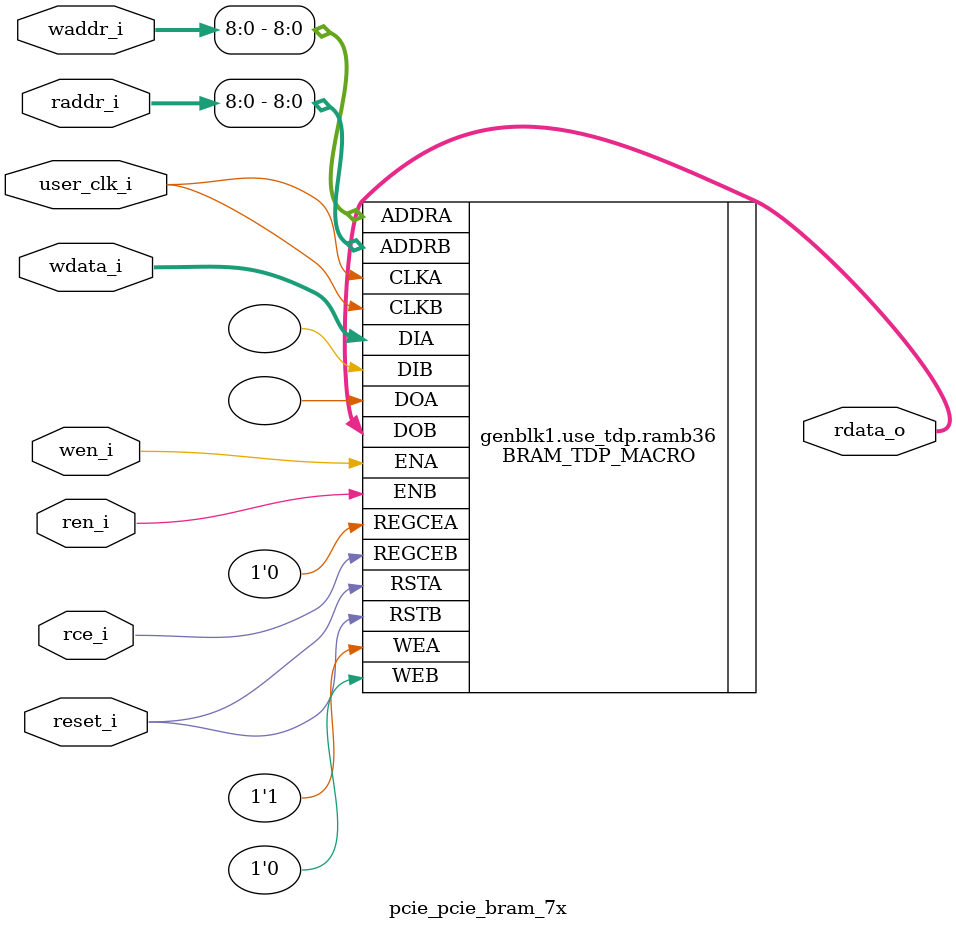
<source format=v>

`timescale 1ps/1ps

(* DowngradeIPIdentifiedWarnings = "yes" *)
module pcie_pcie_bram_7x
  #(
    parameter [3:0]  LINK_CAP_MAX_LINK_SPEED = 4'h1,        // PCIe Link Speed : 1 - 2.5 GT/s; 2 - 5.0 GT/s
    parameter [5:0]  LINK_CAP_MAX_LINK_WIDTH = 6'h08,       // PCIe Link Width : 1 / 2 / 4 / 8
    parameter IMPL_TARGET = "HARD",                         // the implementation target : HARD, SOFT
    parameter DOB_REG = 0,                                  // 1 - use the output register;
                                                            // 0 - don't use the output register
    parameter WIDTH = 0                                     // supported WIDTH's : 4, 9, 18, 36 - uses RAMB36
                                                            //                     72 - uses RAMB36SDP
    )
    (
     input               user_clk_i,// user clock
     input               reset_i,   // bram reset

     input               wen_i,     // write enable
     input [12:0]        waddr_i,   // write address
     input [WIDTH - 1:0] wdata_i,   // write data

     input               ren_i,     // read enable
     input               rce_i,     // output register clock enable
     input [12:0]        raddr_i,   // read address

     output [WIDTH - 1:0] rdata_o   // read data
     );

   // map the address bits
   localparam ADDR_MSB = ((WIDTH == 4)  ? 12 :
                          (WIDTH == 9)  ? 11 :
                          (WIDTH == 18) ? 10 :
                          (WIDTH == 36) ?  9 :
                                           8
                          );

   // set the width of the tied off low address bits
   localparam ADDR_LO_BITS = ((WIDTH == 4)  ? 2 :
                              (WIDTH == 9)  ? 3 :
                              (WIDTH == 18) ? 4 :
                              (WIDTH == 36) ? 5 :
                                              0 // for WIDTH 72 use RAMB36SDP
                              );

   // map the data bits
   localparam D_MSB =  ((WIDTH == 4)  ?  3 :
                        (WIDTH == 9)  ?  7 :
                        (WIDTH == 18) ? 15 :
                        (WIDTH == 36) ? 31 :
                                        63
                        );

   // map the data parity bits
   localparam DP_LSB =  D_MSB + 1;

   localparam DP_MSB =  ((WIDTH == 4)  ? 4 :
                         (WIDTH == 9)  ? 8 :
                         (WIDTH == 18) ? 17 :
                         (WIDTH == 36) ? 35 :
                                         71
                        );

   localparam DPW = DP_MSB - DP_LSB + 1;
   localparam WRITE_MODE = ((WIDTH == 72) && (!((LINK_CAP_MAX_LINK_SPEED == 4'h2) && (LINK_CAP_MAX_LINK_WIDTH == 6'h08)))) ? "WRITE_FIRST" :
                           ((LINK_CAP_MAX_LINK_SPEED == 4'h2) && (LINK_CAP_MAX_LINK_WIDTH == 6'h08)) ? "WRITE_FIRST" : "NO_CHANGE";

   localparam DEVICE = (IMPL_TARGET == "HARD") ? "7SERIES" : "VIRTEX6";
   localparam BRAM_SIZE = "36Kb";

   localparam WE_WIDTH =(DEVICE == "VIRTEX5" || DEVICE == "VIRTEX6" || DEVICE == "7SERIES") ?
                            ((WIDTH <= 9) ? 1 :
                             (WIDTH > 9 && WIDTH <= 18) ? 2 :
                             (WIDTH > 18 && WIDTH <= 36) ? 4 :
                             (WIDTH > 36 && WIDTH <= 72) ? 8 :
                             (BRAM_SIZE == "18Kb") ? 4 : 8 ) : 8;

   //synthesis translate_off
   initial begin
      //$display("[%t] %m DOB_REG %0d WIDTH %0d ADDR_MSB %0d ADDR_LO_BITS %0d DP_MSB %0d DP_LSB %0d D_MSB %0d",
      //          $time, DOB_REG,   WIDTH,    ADDR_MSB,    ADDR_LO_BITS,    DP_MSB,    DP_LSB,    D_MSB);

      case (WIDTH)
        4,9,18,36,72:;
        default:
          begin
             $display("[%t] %m Error WIDTH %0d not supported", $time, WIDTH);
             $finish;
          end
      endcase // case (WIDTH)
   end
   //synthesis translate_on

   generate
   if ((LINK_CAP_MAX_LINK_WIDTH == 6'h08 && LINK_CAP_MAX_LINK_SPEED == 4'h2) || (WIDTH == 72)) begin : use_sdp
        BRAM_SDP_MACRO #(
               .DEVICE        (DEVICE),
               .BRAM_SIZE     (BRAM_SIZE),
               .DO_REG        (DOB_REG),
               .READ_WIDTH    (WIDTH),
               .WRITE_WIDTH   (WIDTH),
               .WRITE_MODE    (WRITE_MODE)
               )
        ramb36sdp(
               .DO             (rdata_o[WIDTH-1:0]),
               .DI             (wdata_i[WIDTH-1:0]),
               .RDADDR         (raddr_i[ADDR_MSB:0]),
               .RDCLK          (user_clk_i),
               .RDEN           (ren_i),
               .REGCE          (rce_i),
               .RST            (reset_i),
               .WE             ({WE_WIDTH{1'b1}}),
               .WRADDR         (waddr_i[ADDR_MSB:0]),
               .WRCLK          (user_clk_i),
               .WREN           (wen_i)
               );

    end  // block: use_sdp
    else if (WIDTH <= 36) begin : use_tdp
    // use RAMB36's if the width is 4, 9, 18, or 36
        BRAM_TDP_MACRO #(
               .DEVICE        (DEVICE),
               .BRAM_SIZE     (BRAM_SIZE),
               .DOA_REG       (0),
               .DOB_REG       (DOB_REG),
               .READ_WIDTH_A  (WIDTH),
               .READ_WIDTH_B  (WIDTH),
               .WRITE_WIDTH_A (WIDTH),
               .WRITE_WIDTH_B (WIDTH),
               .WRITE_MODE_A  (WRITE_MODE)
               )
        ramb36(
               .DOA            (),
               .DOB            (rdata_o[WIDTH-1:0]),
               .ADDRA          (waddr_i[ADDR_MSB:0]),
               .ADDRB          (raddr_i[ADDR_MSB:0]),
               .CLKA           (user_clk_i),
               .CLKB           (user_clk_i),
               .DIA            (wdata_i[WIDTH-1:0]),
               .DIB            ({WIDTH{1'b0}}),
               .ENA            (wen_i),
               .ENB            (ren_i),
               .REGCEA         (1'b0),
               .REGCEB         (rce_i),
               .RSTA           (reset_i),
               .RSTB           (reset_i),
               .WEA            ({WE_WIDTH{1'b1}}),
               .WEB            ({WE_WIDTH{1'b0}})
               );
   end // block: use_tdp
   endgenerate

endmodule // pcie_bram_7x


</source>
